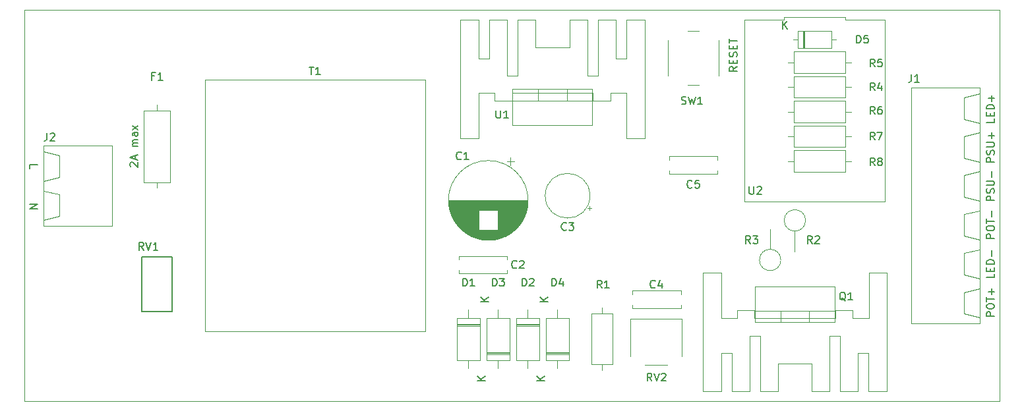
<source format=gbr>
G04 #@! TF.GenerationSoftware,KiCad,Pcbnew,5.1.5-52549c5~84~ubuntu18.04.1*
G04 #@! TF.CreationDate,2019-11-25T01:58:10+02:00*
G04 #@! TF.ProjectId,tinydimmer,74696e79-6469-46d6-9d65-722e6b696361,rev?*
G04 #@! TF.SameCoordinates,PX1d369d0PY5483e38*
G04 #@! TF.FileFunction,Legend,Top*
G04 #@! TF.FilePolarity,Positive*
%FSLAX46Y46*%
G04 Gerber Fmt 4.6, Leading zero omitted, Abs format (unit mm)*
G04 Created by KiCad (PCBNEW 5.1.5-52549c5~84~ubuntu18.04.1) date 2019-11-25 01:58:10*
%MOMM*%
%LPD*%
G04 APERTURE LIST*
%ADD10C,0.150000*%
G04 #@! TA.AperFunction,Profile*
%ADD11C,0.050000*%
G04 #@! TD*
%ADD12C,0.120000*%
G04 APERTURE END LIST*
D10*
X13619219Y30121553D02*
X13571600Y30169172D01*
X13523980Y30264410D01*
X13523980Y30502505D01*
X13571600Y30597743D01*
X13619219Y30645362D01*
X13714457Y30692981D01*
X13809695Y30692981D01*
X13952552Y30645362D01*
X14523980Y30073934D01*
X14523980Y30692981D01*
X14238266Y31073934D02*
X14238266Y31550124D01*
X14523980Y30978696D02*
X13523980Y31312029D01*
X14523980Y31645362D01*
X14523980Y32740600D02*
X13857314Y32740600D01*
X13952552Y32740600D02*
X13904933Y32788220D01*
X13857314Y32883458D01*
X13857314Y33026315D01*
X13904933Y33121553D01*
X14000171Y33169172D01*
X14523980Y33169172D01*
X14000171Y33169172D02*
X13904933Y33216791D01*
X13857314Y33312029D01*
X13857314Y33454886D01*
X13904933Y33550124D01*
X14000171Y33597743D01*
X14523980Y33597743D01*
X14523980Y34502505D02*
X14000171Y34502505D01*
X13904933Y34454886D01*
X13857314Y34359648D01*
X13857314Y34169172D01*
X13904933Y34073934D01*
X14476361Y34502505D02*
X14523980Y34407267D01*
X14523980Y34169172D01*
X14476361Y34073934D01*
X14381123Y34026315D01*
X14285885Y34026315D01*
X14190647Y34073934D01*
X14143028Y34169172D01*
X14143028Y34407267D01*
X14095409Y34502505D01*
X14523980Y34883458D02*
X13857314Y35407267D01*
X13857314Y34883458D02*
X14523980Y35407267D01*
X91485980Y42972220D02*
X91009790Y42638886D01*
X91485980Y42400791D02*
X90485980Y42400791D01*
X90485980Y42781743D01*
X90533600Y42876981D01*
X90581219Y42924600D01*
X90676457Y42972220D01*
X90819314Y42972220D01*
X90914552Y42924600D01*
X90962171Y42876981D01*
X91009790Y42781743D01*
X91009790Y42400791D01*
X90962171Y43400791D02*
X90962171Y43734124D01*
X91485980Y43876981D02*
X91485980Y43400791D01*
X90485980Y43400791D01*
X90485980Y43876981D01*
X91438361Y44257934D02*
X91485980Y44400791D01*
X91485980Y44638886D01*
X91438361Y44734124D01*
X91390742Y44781743D01*
X91295504Y44829362D01*
X91200266Y44829362D01*
X91105028Y44781743D01*
X91057409Y44734124D01*
X91009790Y44638886D01*
X90962171Y44448410D01*
X90914552Y44353172D01*
X90866933Y44305553D01*
X90771695Y44257934D01*
X90676457Y44257934D01*
X90581219Y44305553D01*
X90533600Y44353172D01*
X90485980Y44448410D01*
X90485980Y44686505D01*
X90533600Y44829362D01*
X90962171Y45257934D02*
X90962171Y45591267D01*
X91485980Y45734124D02*
X91485980Y45257934D01*
X90485980Y45257934D01*
X90485980Y45734124D01*
X90485980Y46019839D02*
X90485980Y46591267D01*
X91485980Y46305553D02*
X90485980Y46305553D01*
D11*
X125222000Y50241200D02*
X0Y50241200D01*
X125222000Y0D02*
X125222000Y50241200D01*
X0Y0D02*
X125222000Y0D01*
X0Y50241200D02*
X0Y0D01*
D10*
X665219Y25279315D02*
X1665219Y25279315D01*
X665219Y24707886D01*
X1665219Y24707886D01*
X665219Y29891077D02*
X665219Y30367267D01*
X1665219Y30367267D01*
X124523980Y10888886D02*
X123523980Y10888886D01*
X123523980Y11269839D01*
X123571600Y11365077D01*
X123619219Y11412696D01*
X123714457Y11460315D01*
X123857314Y11460315D01*
X123952552Y11412696D01*
X124000171Y11365077D01*
X124047790Y11269839D01*
X124047790Y10888886D01*
X123523980Y12079362D02*
X123523980Y12269839D01*
X123571600Y12365077D01*
X123666838Y12460315D01*
X123857314Y12507934D01*
X124190647Y12507934D01*
X124381123Y12460315D01*
X124476361Y12365077D01*
X124523980Y12269839D01*
X124523980Y12079362D01*
X124476361Y11984124D01*
X124381123Y11888886D01*
X124190647Y11841267D01*
X123857314Y11841267D01*
X123666838Y11888886D01*
X123571600Y11984124D01*
X123523980Y12079362D01*
X123523980Y12793648D02*
X123523980Y13365077D01*
X124523980Y13079362D02*
X123523980Y13079362D01*
X124143028Y13698410D02*
X124143028Y14460315D01*
X124523980Y14079362D02*
X123762076Y14079362D01*
X124523980Y30732648D02*
X123523980Y30732648D01*
X123523980Y31113600D01*
X123571600Y31208839D01*
X123619219Y31256458D01*
X123714457Y31304077D01*
X123857314Y31304077D01*
X123952552Y31256458D01*
X124000171Y31208839D01*
X124047790Y31113600D01*
X124047790Y30732648D01*
X124476361Y31685029D02*
X124523980Y31827886D01*
X124523980Y32065981D01*
X124476361Y32161220D01*
X124428742Y32208839D01*
X124333504Y32256458D01*
X124238266Y32256458D01*
X124143028Y32208839D01*
X124095409Y32161220D01*
X124047790Y32065981D01*
X124000171Y31875505D01*
X123952552Y31780267D01*
X123904933Y31732648D01*
X123809695Y31685029D01*
X123714457Y31685029D01*
X123619219Y31732648D01*
X123571600Y31780267D01*
X123523980Y31875505D01*
X123523980Y32113600D01*
X123571600Y32256458D01*
X123523980Y32685029D02*
X124333504Y32685029D01*
X124428742Y32732648D01*
X124476361Y32780267D01*
X124523980Y32875505D01*
X124523980Y33065981D01*
X124476361Y33161220D01*
X124428742Y33208839D01*
X124333504Y33256458D01*
X123523980Y33256458D01*
X124143028Y33732648D02*
X124143028Y34494553D01*
X124523980Y34113600D02*
X123762076Y34113600D01*
X124523980Y25779648D02*
X123523980Y25779648D01*
X123523980Y26160600D01*
X123571600Y26255839D01*
X123619219Y26303458D01*
X123714457Y26351077D01*
X123857314Y26351077D01*
X123952552Y26303458D01*
X124000171Y26255839D01*
X124047790Y26160600D01*
X124047790Y25779648D01*
X124476361Y26732029D02*
X124523980Y26874886D01*
X124523980Y27112981D01*
X124476361Y27208220D01*
X124428742Y27255839D01*
X124333504Y27303458D01*
X124238266Y27303458D01*
X124143028Y27255839D01*
X124095409Y27208220D01*
X124047790Y27112981D01*
X124000171Y26922505D01*
X123952552Y26827267D01*
X123904933Y26779648D01*
X123809695Y26732029D01*
X123714457Y26732029D01*
X123619219Y26779648D01*
X123571600Y26827267D01*
X123523980Y26922505D01*
X123523980Y27160600D01*
X123571600Y27303458D01*
X123523980Y27732029D02*
X124333504Y27732029D01*
X124428742Y27779648D01*
X124476361Y27827267D01*
X124523980Y27922505D01*
X124523980Y28112981D01*
X124476361Y28208220D01*
X124428742Y28255839D01*
X124333504Y28303458D01*
X123523980Y28303458D01*
X124143028Y28779648D02*
X124143028Y29541553D01*
X124523980Y36304696D02*
X124523980Y35828505D01*
X123523980Y35828505D01*
X124000171Y36638029D02*
X124000171Y36971362D01*
X124523980Y37114220D02*
X124523980Y36638029D01*
X123523980Y36638029D01*
X123523980Y37114220D01*
X124523980Y37542791D02*
X123523980Y37542791D01*
X123523980Y37780886D01*
X123571600Y37923743D01*
X123666838Y38018981D01*
X123762076Y38066600D01*
X123952552Y38114220D01*
X124095409Y38114220D01*
X124285885Y38066600D01*
X124381123Y38018981D01*
X124476361Y37923743D01*
X124523980Y37780886D01*
X124523980Y37542791D01*
X124143028Y38542791D02*
X124143028Y39304696D01*
X124523980Y38923743D02*
X123762076Y38923743D01*
X124523980Y16365696D02*
X124523980Y15889505D01*
X123523980Y15889505D01*
X124000171Y16699029D02*
X124000171Y17032362D01*
X124523980Y17175220D02*
X124523980Y16699029D01*
X123523980Y16699029D01*
X123523980Y17175220D01*
X124523980Y17603791D02*
X123523980Y17603791D01*
X123523980Y17841886D01*
X123571600Y17984743D01*
X123666838Y18079981D01*
X123762076Y18127600D01*
X123952552Y18175220D01*
X124095409Y18175220D01*
X124285885Y18127600D01*
X124381123Y18079981D01*
X124476361Y17984743D01*
X124523980Y17841886D01*
X124523980Y17603791D01*
X124143028Y18603791D02*
X124143028Y19365696D01*
X124523980Y20921886D02*
X123523980Y20921886D01*
X123523980Y21302839D01*
X123571600Y21398077D01*
X123619219Y21445696D01*
X123714457Y21493315D01*
X123857314Y21493315D01*
X123952552Y21445696D01*
X124000171Y21398077D01*
X124047790Y21302839D01*
X124047790Y20921886D01*
X123523980Y22112362D02*
X123523980Y22302839D01*
X123571600Y22398077D01*
X123666838Y22493315D01*
X123857314Y22540934D01*
X124190647Y22540934D01*
X124381123Y22493315D01*
X124476361Y22398077D01*
X124523980Y22302839D01*
X124523980Y22112362D01*
X124476361Y22017124D01*
X124381123Y21921886D01*
X124190647Y21874267D01*
X123857314Y21874267D01*
X123666838Y21921886D01*
X123571600Y22017124D01*
X123523980Y22112362D01*
X123523980Y22826648D02*
X123523980Y23398077D01*
X124523980Y23112362D02*
X123523980Y23112362D01*
X124143028Y23731410D02*
X124143028Y24493315D01*
D12*
G04 #@! TO.C,D5*
X99927600Y47576600D02*
X99927600Y45336600D01*
X100167600Y47576600D02*
X100167600Y45336600D01*
X100047600Y47576600D02*
X100047600Y45336600D01*
X104217600Y46456600D02*
X103567600Y46456600D01*
X98677600Y46456600D02*
X99327600Y46456600D01*
X103567600Y47576600D02*
X99327600Y47576600D01*
X103567600Y45336600D02*
X103567600Y47576600D01*
X99327600Y45336600D02*
X103567600Y45336600D01*
X99327600Y47576600D02*
X99327600Y45336600D01*
G04 #@! TO.C,C2*
X61982600Y16825600D02*
X61982600Y16380600D01*
X61982600Y18620600D02*
X61982600Y18175600D01*
X55742600Y16825600D02*
X55742600Y16380600D01*
X55742600Y18620600D02*
X55742600Y18175600D01*
X55742600Y16380600D02*
X61982600Y16380600D01*
X55742600Y18620600D02*
X61982600Y18620600D01*
G04 #@! TO.C,C4*
X78047600Y13730600D02*
X78047600Y14175600D01*
X78047600Y11935600D02*
X78047600Y12380600D01*
X84287600Y13730600D02*
X84287600Y14175600D01*
X84287600Y11935600D02*
X84287600Y12380600D01*
X84287600Y14175600D02*
X78047600Y14175600D01*
X84287600Y11935600D02*
X78047600Y11935600D01*
G04 #@! TO.C,C5*
X82746600Y31002600D02*
X82746600Y31447600D01*
X82746600Y29207600D02*
X82746600Y29652600D01*
X88986600Y31002600D02*
X88986600Y31447600D01*
X88986600Y29207600D02*
X88986600Y29652600D01*
X88986600Y31447600D02*
X82746600Y31447600D01*
X88986600Y29207600D02*
X82746600Y29207600D01*
G04 #@! TO.C,J2*
X4432600Y31535600D02*
X2432600Y32035600D01*
X4432600Y28785600D02*
X4432600Y31535600D01*
X4432600Y28785600D02*
X2432600Y28285600D01*
X4432600Y26535600D02*
X2432600Y27035600D01*
X4432600Y23785600D02*
X2432600Y23285600D01*
X4432600Y23785600D02*
X4432600Y26535600D01*
X2432600Y32810600D02*
X2432600Y22510600D01*
X11232600Y32810600D02*
X2432600Y32810600D01*
X11232600Y22510600D02*
X11232600Y32810600D01*
X2432600Y22510600D02*
X11232600Y22510600D01*
G04 #@! TO.C,J1*
X120627600Y16245600D02*
X122627600Y15745600D01*
X120627600Y13995600D02*
X120627600Y11245600D01*
X120627600Y18995600D02*
X122627600Y19495600D01*
X120627600Y23995600D02*
X122627600Y24495600D01*
X120627600Y13995600D02*
X122627600Y14495600D01*
X120627600Y23995600D02*
X120627600Y21245600D01*
X120627600Y21245600D02*
X122627600Y20745600D01*
X120627600Y11245600D02*
X122627600Y10745600D01*
X120627600Y18995600D02*
X120627600Y16245600D01*
X120627600Y28995600D02*
X122627600Y29495600D01*
X120627600Y28995600D02*
X120627600Y26245600D01*
X120627600Y26245600D02*
X122627600Y25745600D01*
X120627600Y31245600D02*
X122627600Y30745600D01*
X120627600Y33995600D02*
X120627600Y31245600D01*
X120627600Y33995600D02*
X122627600Y34495600D01*
X120627600Y36245600D02*
X122627600Y35745600D01*
X120627600Y38995600D02*
X122627600Y39495600D01*
X120627600Y38995600D02*
X120627600Y36245600D01*
X122627600Y9970600D02*
X122627600Y40270600D01*
X113827600Y9970600D02*
X122627600Y9970600D01*
X113827600Y40270600D02*
X113827600Y9970600D01*
X122627600Y40270600D02*
X113827600Y40270600D01*
G04 #@! TO.C,T1*
X51462600Y41270600D02*
X23162600Y41270600D01*
X51462600Y8970600D02*
X51462600Y41270600D01*
X23162600Y8970600D02*
X51462600Y8970600D01*
X23162600Y41270600D02*
X23162600Y8970600D01*
G04 #@! TO.C,R3*
X95732600Y19505600D02*
X95732600Y22115600D01*
X97102600Y18135600D02*
G75*
G03X97102600Y18135600I-1370000J0D01*
G01*
G04 #@! TO.C,R2*
X98907600Y21845600D02*
X98907600Y19235600D01*
X100277600Y23215600D02*
G75*
G03X100277600Y23215600I-1370000J0D01*
G01*
G04 #@! TO.C,C1*
X62912600Y30775246D02*
X61912600Y30775246D01*
X62412600Y31275246D02*
X62412600Y30275246D01*
X60136600Y20714600D02*
X58938600Y20714600D01*
X60399600Y20754600D02*
X58675600Y20754600D01*
X60599600Y20794600D02*
X58475600Y20794600D01*
X60767600Y20834600D02*
X58307600Y20834600D01*
X60915600Y20874600D02*
X58159600Y20874600D01*
X61047600Y20914600D02*
X58027600Y20914600D01*
X61167600Y20954600D02*
X57907600Y20954600D01*
X61279600Y20994600D02*
X57795600Y20994600D01*
X61383600Y21034600D02*
X57691600Y21034600D01*
X61481600Y21074600D02*
X57593600Y21074600D01*
X61574600Y21114600D02*
X57500600Y21114600D01*
X61662600Y21154600D02*
X57412600Y21154600D01*
X61746600Y21194600D02*
X57328600Y21194600D01*
X61826600Y21234600D02*
X57248600Y21234600D01*
X61902600Y21274600D02*
X57172600Y21274600D01*
X61976600Y21314600D02*
X57098600Y21314600D01*
X62047600Y21354600D02*
X57027600Y21354600D01*
X62116600Y21394600D02*
X56958600Y21394600D01*
X62182600Y21434600D02*
X56892600Y21434600D01*
X62246600Y21474600D02*
X56828600Y21474600D01*
X62307600Y21514600D02*
X56767600Y21514600D01*
X62367600Y21554600D02*
X56707600Y21554600D01*
X62426600Y21594600D02*
X56648600Y21594600D01*
X62482600Y21634600D02*
X56592600Y21634600D01*
X62537600Y21674600D02*
X56537600Y21674600D01*
X62591600Y21714600D02*
X56483600Y21714600D01*
X62643600Y21754600D02*
X56431600Y21754600D01*
X62693600Y21794600D02*
X56381600Y21794600D01*
X62743600Y21834600D02*
X56331600Y21834600D01*
X62791600Y21874600D02*
X56283600Y21874600D01*
X62838600Y21914600D02*
X56236600Y21914600D01*
X62884600Y21954600D02*
X56190600Y21954600D01*
X62929600Y21994600D02*
X56145600Y21994600D01*
X62973600Y22034600D02*
X56101600Y22034600D01*
X58296600Y22074600D02*
X56059600Y22074600D01*
X63015600Y22074600D02*
X60778600Y22074600D01*
X58296600Y22114600D02*
X56017600Y22114600D01*
X63057600Y22114600D02*
X60778600Y22114600D01*
X58296600Y22154600D02*
X55976600Y22154600D01*
X63098600Y22154600D02*
X60778600Y22154600D01*
X58296600Y22194600D02*
X55936600Y22194600D01*
X63138600Y22194600D02*
X60778600Y22194600D01*
X58296600Y22234600D02*
X55897600Y22234600D01*
X63177600Y22234600D02*
X60778600Y22234600D01*
X58296600Y22274600D02*
X55858600Y22274600D01*
X63216600Y22274600D02*
X60778600Y22274600D01*
X58296600Y22314600D02*
X55821600Y22314600D01*
X63253600Y22314600D02*
X60778600Y22314600D01*
X58296600Y22354600D02*
X55784600Y22354600D01*
X63290600Y22354600D02*
X60778600Y22354600D01*
X58296600Y22394600D02*
X55748600Y22394600D01*
X63326600Y22394600D02*
X60778600Y22394600D01*
X58296600Y22434600D02*
X55713600Y22434600D01*
X63361600Y22434600D02*
X60778600Y22434600D01*
X58296600Y22474600D02*
X55679600Y22474600D01*
X63395600Y22474600D02*
X60778600Y22474600D01*
X58296600Y22514600D02*
X55645600Y22514600D01*
X63429600Y22514600D02*
X60778600Y22514600D01*
X58296600Y22554600D02*
X55612600Y22554600D01*
X63462600Y22554600D02*
X60778600Y22554600D01*
X58296600Y22594600D02*
X55580600Y22594600D01*
X63494600Y22594600D02*
X60778600Y22594600D01*
X58296600Y22634600D02*
X55548600Y22634600D01*
X63526600Y22634600D02*
X60778600Y22634600D01*
X58296600Y22674600D02*
X55517600Y22674600D01*
X63557600Y22674600D02*
X60778600Y22674600D01*
X58296600Y22714600D02*
X55487600Y22714600D01*
X63587600Y22714600D02*
X60778600Y22714600D01*
X58296600Y22754600D02*
X55457600Y22754600D01*
X63617600Y22754600D02*
X60778600Y22754600D01*
X58296600Y22794600D02*
X55427600Y22794600D01*
X63647600Y22794600D02*
X60778600Y22794600D01*
X58296600Y22834600D02*
X55399600Y22834600D01*
X63675600Y22834600D02*
X60778600Y22834600D01*
X58296600Y22874600D02*
X55371600Y22874600D01*
X63703600Y22874600D02*
X60778600Y22874600D01*
X58296600Y22914600D02*
X55343600Y22914600D01*
X63731600Y22914600D02*
X60778600Y22914600D01*
X58296600Y22954600D02*
X55316600Y22954600D01*
X63758600Y22954600D02*
X60778600Y22954600D01*
X58296600Y22994600D02*
X55290600Y22994600D01*
X63784600Y22994600D02*
X60778600Y22994600D01*
X58296600Y23034600D02*
X55264600Y23034600D01*
X63810600Y23034600D02*
X60778600Y23034600D01*
X58296600Y23074600D02*
X55239600Y23074600D01*
X63835600Y23074600D02*
X60778600Y23074600D01*
X58296600Y23114600D02*
X55214600Y23114600D01*
X63860600Y23114600D02*
X60778600Y23114600D01*
X58296600Y23154600D02*
X55190600Y23154600D01*
X63884600Y23154600D02*
X60778600Y23154600D01*
X58296600Y23194600D02*
X55166600Y23194600D01*
X63908600Y23194600D02*
X60778600Y23194600D01*
X58296600Y23234600D02*
X55142600Y23234600D01*
X63932600Y23234600D02*
X60778600Y23234600D01*
X58296600Y23274600D02*
X55120600Y23274600D01*
X63954600Y23274600D02*
X60778600Y23274600D01*
X58296600Y23314600D02*
X55097600Y23314600D01*
X63977600Y23314600D02*
X60778600Y23314600D01*
X58296600Y23354600D02*
X55075600Y23354600D01*
X63999600Y23354600D02*
X60778600Y23354600D01*
X58296600Y23394600D02*
X55054600Y23394600D01*
X64020600Y23394600D02*
X60778600Y23394600D01*
X58296600Y23434600D02*
X55033600Y23434600D01*
X64041600Y23434600D02*
X60778600Y23434600D01*
X58296600Y23474600D02*
X55012600Y23474600D01*
X64062600Y23474600D02*
X60778600Y23474600D01*
X58296600Y23514600D02*
X54992600Y23514600D01*
X64082600Y23514600D02*
X60778600Y23514600D01*
X58296600Y23554600D02*
X54973600Y23554600D01*
X64101600Y23554600D02*
X60778600Y23554600D01*
X58296600Y23594600D02*
X54953600Y23594600D01*
X64121600Y23594600D02*
X60778600Y23594600D01*
X58296600Y23634600D02*
X54934600Y23634600D01*
X64140600Y23634600D02*
X60778600Y23634600D01*
X58296600Y23674600D02*
X54916600Y23674600D01*
X64158600Y23674600D02*
X60778600Y23674600D01*
X58296600Y23714600D02*
X54898600Y23714600D01*
X64176600Y23714600D02*
X60778600Y23714600D01*
X58296600Y23754600D02*
X54880600Y23754600D01*
X64194600Y23754600D02*
X60778600Y23754600D01*
X58296600Y23794600D02*
X54863600Y23794600D01*
X64211600Y23794600D02*
X60778600Y23794600D01*
X58296600Y23834600D02*
X54847600Y23834600D01*
X64227600Y23834600D02*
X60778600Y23834600D01*
X58296600Y23874600D02*
X54830600Y23874600D01*
X64244600Y23874600D02*
X60778600Y23874600D01*
X58296600Y23914600D02*
X54814600Y23914600D01*
X64260600Y23914600D02*
X60778600Y23914600D01*
X58296600Y23954600D02*
X54799600Y23954600D01*
X64275600Y23954600D02*
X60778600Y23954600D01*
X58296600Y23994600D02*
X54783600Y23994600D01*
X64291600Y23994600D02*
X60778600Y23994600D01*
X58296600Y24034600D02*
X54769600Y24034600D01*
X64305600Y24034600D02*
X60778600Y24034600D01*
X58296600Y24074600D02*
X54754600Y24074600D01*
X64320600Y24074600D02*
X60778600Y24074600D01*
X58296600Y24114600D02*
X54740600Y24114600D01*
X64334600Y24114600D02*
X60778600Y24114600D01*
X58296600Y24154600D02*
X54726600Y24154600D01*
X64348600Y24154600D02*
X60778600Y24154600D01*
X58296600Y24194600D02*
X54713600Y24194600D01*
X64361600Y24194600D02*
X60778600Y24194600D01*
X58296600Y24234600D02*
X54700600Y24234600D01*
X64374600Y24234600D02*
X60778600Y24234600D01*
X58296600Y24274600D02*
X54687600Y24274600D01*
X64387600Y24274600D02*
X60778600Y24274600D01*
X58296600Y24314600D02*
X54675600Y24314600D01*
X64399600Y24314600D02*
X60778600Y24314600D01*
X58296600Y24354600D02*
X54663600Y24354600D01*
X64411600Y24354600D02*
X60778600Y24354600D01*
X58296600Y24394600D02*
X54652600Y24394600D01*
X64422600Y24394600D02*
X60778600Y24394600D01*
X58296600Y24434600D02*
X54640600Y24434600D01*
X64434600Y24434600D02*
X60778600Y24434600D01*
X58296600Y24474600D02*
X54630600Y24474600D01*
X64444600Y24474600D02*
X60778600Y24474600D01*
X58296600Y24514600D02*
X54619600Y24514600D01*
X64455600Y24514600D02*
X60778600Y24514600D01*
X64465600Y24554600D02*
X54609600Y24554600D01*
X64475600Y24594600D02*
X54599600Y24594600D01*
X64484600Y24634600D02*
X54590600Y24634600D01*
X64493600Y24674600D02*
X54581600Y24674600D01*
X64502600Y24714600D02*
X54572600Y24714600D01*
X64511600Y24754600D02*
X54563600Y24754600D01*
X64519600Y24794600D02*
X54555600Y24794600D01*
X64527600Y24834600D02*
X54547600Y24834600D01*
X64534600Y24874600D02*
X54540600Y24874600D01*
X64541600Y24914600D02*
X54533600Y24914600D01*
X64548600Y24954600D02*
X54526600Y24954600D01*
X64555600Y24994600D02*
X54519600Y24994600D01*
X64561600Y25034600D02*
X54513600Y25034600D01*
X64567600Y25074600D02*
X54507600Y25074600D01*
X64572600Y25115600D02*
X54502600Y25115600D01*
X64577600Y25155600D02*
X54497600Y25155600D01*
X64582600Y25195600D02*
X54492600Y25195600D01*
X64587600Y25235600D02*
X54487600Y25235600D01*
X64591600Y25275600D02*
X54483600Y25275600D01*
X64595600Y25315600D02*
X54479600Y25315600D01*
X64599600Y25355600D02*
X54475600Y25355600D01*
X64602600Y25395600D02*
X54472600Y25395600D01*
X64605600Y25435600D02*
X54469600Y25435600D01*
X64607600Y25475600D02*
X54467600Y25475600D01*
X64610600Y25515600D02*
X54464600Y25515600D01*
X64612600Y25555600D02*
X54462600Y25555600D01*
X64614600Y25595600D02*
X54460600Y25595600D01*
X64615600Y25635600D02*
X54459600Y25635600D01*
X64616600Y25675600D02*
X54458600Y25675600D01*
X64617600Y25715600D02*
X54457600Y25715600D01*
X64617600Y25755600D02*
X54457600Y25755600D01*
X64617600Y25795600D02*
X54457600Y25795600D01*
X64657600Y25795600D02*
G75*
G03X64657600Y25795600I-5120000J0D01*
G01*
G04 #@! TO.C,C3*
X72587600Y26390600D02*
G75*
G03X72587600Y26390600I-2870000J0D01*
G01*
X72789862Y24775600D02*
X72239862Y24775600D01*
X72514862Y24500600D02*
X72514862Y25050600D01*
G04 #@! TO.C,D1*
X58467600Y10695600D02*
X55527600Y10695600D01*
X55527600Y10695600D02*
X55527600Y5255600D01*
X55527600Y5255600D02*
X58467600Y5255600D01*
X58467600Y5255600D02*
X58467600Y10695600D01*
X56997600Y11715600D02*
X56997600Y10695600D01*
X56997600Y4235600D02*
X56997600Y5255600D01*
X58467600Y9795600D02*
X55527600Y9795600D01*
X58467600Y9675600D02*
X55527600Y9675600D01*
X58467600Y9915600D02*
X55527600Y9915600D01*
G04 #@! TO.C,D2*
X66087600Y9915600D02*
X63147600Y9915600D01*
X66087600Y9675600D02*
X63147600Y9675600D01*
X66087600Y9795600D02*
X63147600Y9795600D01*
X64617600Y4235600D02*
X64617600Y5255600D01*
X64617600Y11715600D02*
X64617600Y10695600D01*
X66087600Y5255600D02*
X66087600Y10695600D01*
X63147600Y5255600D02*
X66087600Y5255600D01*
X63147600Y10695600D02*
X63147600Y5255600D01*
X66087600Y10695600D02*
X63147600Y10695600D01*
G04 #@! TO.C,D3*
X59337600Y6035600D02*
X62277600Y6035600D01*
X59337600Y6275600D02*
X62277600Y6275600D01*
X59337600Y6155600D02*
X62277600Y6155600D01*
X60807600Y11715600D02*
X60807600Y10695600D01*
X60807600Y4235600D02*
X60807600Y5255600D01*
X59337600Y10695600D02*
X59337600Y5255600D01*
X62277600Y10695600D02*
X59337600Y10695600D01*
X62277600Y5255600D02*
X62277600Y10695600D01*
X59337600Y5255600D02*
X62277600Y5255600D01*
G04 #@! TO.C,D4*
X66957600Y5255600D02*
X69897600Y5255600D01*
X69897600Y5255600D02*
X69897600Y10695600D01*
X69897600Y10695600D02*
X66957600Y10695600D01*
X66957600Y10695600D02*
X66957600Y5255600D01*
X68427600Y4235600D02*
X68427600Y5255600D01*
X68427600Y11715600D02*
X68427600Y10695600D01*
X66957600Y6155600D02*
X69897600Y6155600D01*
X66957600Y6275600D02*
X69897600Y6275600D01*
X66957600Y6035600D02*
X69897600Y6035600D01*
G04 #@! TO.C,F1*
X15272600Y28120600D02*
X18712600Y28120600D01*
X18712600Y28120600D02*
X18712600Y37360600D01*
X18712600Y37360600D02*
X15272600Y37360600D01*
X15272600Y37360600D02*
X15272600Y28120600D01*
X16992600Y27430600D02*
X16992600Y28120600D01*
X16992600Y38050600D02*
X16992600Y37360600D01*
G04 #@! TO.C,HS1*
X69972600Y45435600D02*
X65612600Y45435600D01*
X55962600Y49025600D02*
X58312600Y49025600D01*
X59672600Y49025600D02*
X61962600Y49025600D01*
X59672600Y44035600D02*
X59672600Y49025600D01*
X63322600Y41845600D02*
X63322600Y49025600D01*
X61962600Y41845600D02*
X63322600Y41845600D01*
X63322600Y49025600D02*
X65612600Y49025600D01*
X65612600Y49025600D02*
X65612600Y45435600D01*
X58312600Y49025600D02*
X58312600Y44035600D01*
X61962600Y41845600D02*
X61962600Y49025600D01*
X58312600Y44035600D02*
X59672600Y44035600D01*
X69972600Y49025600D02*
X69972600Y45435600D01*
X72262600Y49025600D02*
X69972600Y49025600D01*
X72262600Y41845600D02*
X72262600Y49025600D01*
X73622600Y41845600D02*
X72262600Y41845600D01*
X73622600Y41845600D02*
X73622600Y49025600D01*
X75912600Y49025600D02*
X73622600Y49025600D01*
X75912600Y44035600D02*
X75912600Y49025600D01*
X77272600Y44035600D02*
X75912600Y44035600D01*
X77272600Y49025600D02*
X77272600Y44035600D01*
X79612600Y49025600D02*
X77272600Y49025600D01*
X60352600Y38605600D02*
X62602600Y38605600D01*
X60352600Y39605600D02*
X60352600Y38605600D01*
X55962600Y33785600D02*
X55962600Y49025600D01*
X55962600Y33785600D02*
X58302600Y33785600D01*
X62602600Y38605600D02*
X62602600Y39605600D01*
X58302600Y33785600D02*
X58302600Y39605600D01*
X58302600Y39605600D02*
X60352600Y39605600D01*
X72972600Y39605600D02*
X62602600Y39605600D01*
X72972600Y38605600D02*
X72972600Y39605600D01*
X75222600Y38605600D02*
X72972600Y38605600D01*
X75222600Y39605600D02*
X75222600Y38605600D01*
X77272600Y39605600D02*
X75222600Y39605600D01*
X77272600Y33785600D02*
X77272600Y39605600D01*
X79612600Y33785600D02*
X77272600Y33785600D01*
X79612600Y33785600D02*
X79612600Y49025600D01*
G04 #@! TO.C,HS2*
X87087600Y16455600D02*
X87087600Y1215600D01*
X87087600Y16455600D02*
X89427600Y16455600D01*
X89427600Y16455600D02*
X89427600Y10635600D01*
X89427600Y10635600D02*
X91477600Y10635600D01*
X91477600Y10635600D02*
X91477600Y11635600D01*
X91477600Y11635600D02*
X93727600Y11635600D01*
X93727600Y11635600D02*
X93727600Y10635600D01*
X93727600Y10635600D02*
X104097600Y10635600D01*
X108397600Y10635600D02*
X106347600Y10635600D01*
X108397600Y16455600D02*
X108397600Y10635600D01*
X104097600Y11635600D02*
X104097600Y10635600D01*
X110737600Y16455600D02*
X108397600Y16455600D01*
X110737600Y16455600D02*
X110737600Y1215600D01*
X106347600Y10635600D02*
X106347600Y11635600D01*
X106347600Y11635600D02*
X104097600Y11635600D01*
X87087600Y1215600D02*
X89427600Y1215600D01*
X89427600Y1215600D02*
X89427600Y6205600D01*
X89427600Y6205600D02*
X90787600Y6205600D01*
X90787600Y6205600D02*
X90787600Y1215600D01*
X90787600Y1215600D02*
X93077600Y1215600D01*
X93077600Y8395600D02*
X93077600Y1215600D01*
X93077600Y8395600D02*
X94437600Y8395600D01*
X94437600Y8395600D02*
X94437600Y1215600D01*
X94437600Y1215600D02*
X96727600Y1215600D01*
X96727600Y1215600D02*
X96727600Y4805600D01*
X108387600Y6205600D02*
X107027600Y6205600D01*
X104737600Y8395600D02*
X104737600Y1215600D01*
X108387600Y1215600D02*
X108387600Y6205600D01*
X101087600Y1215600D02*
X101087600Y4805600D01*
X103377600Y1215600D02*
X101087600Y1215600D01*
X104737600Y8395600D02*
X103377600Y8395600D01*
X103377600Y8395600D02*
X103377600Y1215600D01*
X107027600Y6205600D02*
X107027600Y1215600D01*
X107027600Y1215600D02*
X104737600Y1215600D01*
X110737600Y1215600D02*
X108387600Y1215600D01*
X96727600Y4805600D02*
X101087600Y4805600D01*
G04 #@! TO.C,Q1*
X97056600Y10115800D02*
X97056600Y11625800D01*
X100757600Y10115800D02*
X100757600Y11625800D01*
X104027600Y11625800D02*
X93787600Y11625800D01*
X93787600Y10115800D02*
X93787600Y14756800D01*
X104027600Y10115800D02*
X104027600Y14756800D01*
X104027600Y14756800D02*
X93787600Y14756800D01*
X104027600Y10115800D02*
X93787600Y10115800D01*
G04 #@! TO.C,R1*
X72772600Y4705600D02*
X75512600Y4705600D01*
X75512600Y4705600D02*
X75512600Y11245600D01*
X75512600Y11245600D02*
X72772600Y11245600D01*
X72772600Y11245600D02*
X72772600Y4705600D01*
X74142600Y3935600D02*
X74142600Y4705600D01*
X74142600Y12015600D02*
X74142600Y11245600D01*
G04 #@! TO.C,R4*
X105352600Y38990600D02*
X105352600Y41730600D01*
X105352600Y41730600D02*
X98812600Y41730600D01*
X98812600Y41730600D02*
X98812600Y38990600D01*
X98812600Y38990600D02*
X105352600Y38990600D01*
X106122600Y40360600D02*
X105352600Y40360600D01*
X98042600Y40360600D02*
X98812600Y40360600D01*
G04 #@! TO.C,R5*
X98042600Y43535600D02*
X98812600Y43535600D01*
X106122600Y43535600D02*
X105352600Y43535600D01*
X98812600Y42165600D02*
X105352600Y42165600D01*
X98812600Y44905600D02*
X98812600Y42165600D01*
X105352600Y44905600D02*
X98812600Y44905600D01*
X105352600Y42165600D02*
X105352600Y44905600D01*
G04 #@! TO.C,R6*
X106122600Y37185600D02*
X105352600Y37185600D01*
X98042600Y37185600D02*
X98812600Y37185600D01*
X105352600Y38555600D02*
X98812600Y38555600D01*
X105352600Y35815600D02*
X105352600Y38555600D01*
X98812600Y35815600D02*
X105352600Y35815600D01*
X98812600Y38555600D02*
X98812600Y35815600D01*
G04 #@! TO.C,R7*
X98812600Y35380600D02*
X98812600Y32640600D01*
X98812600Y32640600D02*
X105352600Y32640600D01*
X105352600Y32640600D02*
X105352600Y35380600D01*
X105352600Y35380600D02*
X98812600Y35380600D01*
X98042600Y34010600D02*
X98812600Y34010600D01*
X106122600Y34010600D02*
X105352600Y34010600D01*
G04 #@! TO.C,R8*
X98042600Y30835600D02*
X98812600Y30835600D01*
X106122600Y30835600D02*
X105352600Y30835600D01*
X98812600Y29465600D02*
X105352600Y29465600D01*
X98812600Y32205600D02*
X98812600Y29465600D01*
X105352600Y32205600D02*
X98812600Y32205600D01*
X105352600Y29465600D02*
X105352600Y32205600D01*
D10*
G04 #@! TO.C,RV1*
X15045100Y18500600D02*
X15045100Y11500600D01*
X18945100Y18500600D02*
X18945100Y11500600D01*
X18945100Y11500600D02*
X15045100Y11500600D01*
X18945100Y18500600D02*
X15045100Y18500600D01*
D12*
G04 #@! TO.C,RV2*
X77817600Y5725600D02*
X77817600Y10570600D01*
X84357600Y5725600D02*
X84357600Y10570600D01*
X77817600Y10570600D02*
X84357600Y10570600D01*
X79653600Y4679600D02*
X82522600Y4679600D01*
X79967600Y4679600D02*
X82207600Y4679600D01*
X79967600Y10570600D02*
X82207600Y10570600D01*
G04 #@! TO.C,SW1*
X82612600Y46345600D02*
X82612600Y41845600D01*
X86612600Y47595600D02*
X85112600Y47595600D01*
X89112600Y41845600D02*
X89112600Y46345600D01*
X85112600Y40595600D02*
X86612600Y40595600D01*
G04 #@! TO.C,U1*
X62659900Y40125400D02*
X72899900Y40125400D01*
X62659900Y35484400D02*
X72899900Y35484400D01*
X62659900Y40125400D02*
X62659900Y35484400D01*
X72899900Y40125400D02*
X72899900Y35484400D01*
X62659900Y38615400D02*
X72899900Y38615400D01*
X65929900Y40125400D02*
X65929900Y38615400D01*
X69630900Y40125400D02*
X69630900Y38615400D01*
G04 #@! TO.C,U2*
X92430600Y25628600D02*
X110464600Y25628600D01*
X110464600Y25628600D02*
X110464600Y48996600D01*
X110464600Y48996600D02*
X105384600Y48996600D01*
X105384600Y48996600D02*
X105384600Y49377600D01*
X105384600Y49377600D02*
X97510600Y49377600D01*
X97510600Y49377600D02*
X97510600Y48996600D01*
X97510600Y48996600D02*
X92430600Y48996600D01*
X92430600Y48996600D02*
X92430600Y25628600D01*
G04 #@! TD*
G04 #@! TO.C,D5*
D10*
X106805504Y46004220D02*
X106805504Y47004220D01*
X107043600Y47004220D01*
X107186457Y46956600D01*
X107281695Y46861362D01*
X107329314Y46766124D01*
X107376933Y46575648D01*
X107376933Y46432791D01*
X107329314Y46242315D01*
X107281695Y46147077D01*
X107186457Y46051839D01*
X107043600Y46004220D01*
X106805504Y46004220D01*
X108281695Y47004220D02*
X107805504Y47004220D01*
X107757885Y46528029D01*
X107805504Y46575648D01*
X107900742Y46623267D01*
X108138838Y46623267D01*
X108234076Y46575648D01*
X108281695Y46528029D01*
X108329314Y46432791D01*
X108329314Y46194696D01*
X108281695Y46099458D01*
X108234076Y46051839D01*
X108138838Y46004220D01*
X107900742Y46004220D01*
X107805504Y46051839D01*
X107757885Y46099458D01*
X97375695Y47804220D02*
X97375695Y48804220D01*
X97947123Y47804220D02*
X97518552Y48375648D01*
X97947123Y48804220D02*
X97375695Y48232791D01*
G04 #@! TO.C,C2*
X63180933Y17143458D02*
X63133314Y17095839D01*
X62990457Y17048220D01*
X62895219Y17048220D01*
X62752361Y17095839D01*
X62657123Y17191077D01*
X62609504Y17286315D01*
X62561885Y17476791D01*
X62561885Y17619648D01*
X62609504Y17810124D01*
X62657123Y17905362D01*
X62752361Y18000600D01*
X62895219Y18048220D01*
X62990457Y18048220D01*
X63133314Y18000600D01*
X63180933Y17952981D01*
X63561885Y17952981D02*
X63609504Y18000600D01*
X63704742Y18048220D01*
X63942838Y18048220D01*
X64038076Y18000600D01*
X64085695Y17952981D01*
X64133314Y17857743D01*
X64133314Y17762505D01*
X64085695Y17619648D01*
X63514266Y17048220D01*
X64133314Y17048220D01*
G04 #@! TO.C,C4*
X80960933Y14603458D02*
X80913314Y14555839D01*
X80770457Y14508220D01*
X80675219Y14508220D01*
X80532361Y14555839D01*
X80437123Y14651077D01*
X80389504Y14746315D01*
X80341885Y14936791D01*
X80341885Y15079648D01*
X80389504Y15270124D01*
X80437123Y15365362D01*
X80532361Y15460600D01*
X80675219Y15508220D01*
X80770457Y15508220D01*
X80913314Y15460600D01*
X80960933Y15412981D01*
X81818076Y15174886D02*
X81818076Y14508220D01*
X81579980Y15555839D02*
X81341885Y14841553D01*
X81960933Y14841553D01*
G04 #@! TO.C,C5*
X85699933Y27470458D02*
X85652314Y27422839D01*
X85509457Y27375220D01*
X85414219Y27375220D01*
X85271361Y27422839D01*
X85176123Y27518077D01*
X85128504Y27613315D01*
X85080885Y27803791D01*
X85080885Y27946648D01*
X85128504Y28137124D01*
X85176123Y28232362D01*
X85271361Y28327600D01*
X85414219Y28375220D01*
X85509457Y28375220D01*
X85652314Y28327600D01*
X85699933Y28279981D01*
X86604695Y28375220D02*
X86128504Y28375220D01*
X86080885Y27899029D01*
X86128504Y27946648D01*
X86223742Y27994267D01*
X86461838Y27994267D01*
X86557076Y27946648D01*
X86604695Y27899029D01*
X86652314Y27803791D01*
X86652314Y27565696D01*
X86604695Y27470458D01*
X86557076Y27422839D01*
X86461838Y27375220D01*
X86223742Y27375220D01*
X86128504Y27422839D01*
X86080885Y27470458D01*
G04 #@! TO.C,J2*
X2867066Y34431220D02*
X2867066Y33716934D01*
X2819447Y33574077D01*
X2724209Y33478839D01*
X2581352Y33431220D01*
X2486114Y33431220D01*
X3295638Y34335981D02*
X3343257Y34383600D01*
X3438495Y34431220D01*
X3676590Y34431220D01*
X3771828Y34383600D01*
X3819447Y34335981D01*
X3867066Y34240743D01*
X3867066Y34145505D01*
X3819447Y34002648D01*
X3248019Y33431220D01*
X3867066Y33431220D01*
G04 #@! TO.C,J1*
X113865066Y42000420D02*
X113865066Y41286134D01*
X113817447Y41143277D01*
X113722209Y41048039D01*
X113579352Y41000420D01*
X113484114Y41000420D01*
X114865066Y41000420D02*
X114293638Y41000420D01*
X114579352Y41000420D02*
X114579352Y42000420D01*
X114484114Y41857562D01*
X114388876Y41762324D01*
X114293638Y41714705D01*
G04 #@! TO.C,T1*
X36550695Y42940220D02*
X37122123Y42940220D01*
X36836409Y41940220D02*
X36836409Y42940220D01*
X37979266Y41940220D02*
X37407838Y41940220D01*
X37693552Y41940220D02*
X37693552Y42940220D01*
X37598314Y42797362D01*
X37503076Y42702124D01*
X37407838Y42654505D01*
G04 #@! TO.C,R3*
X93195933Y20223220D02*
X92862600Y20699410D01*
X92624504Y20223220D02*
X92624504Y21223220D01*
X93005457Y21223220D01*
X93100695Y21175600D01*
X93148314Y21127981D01*
X93195933Y21032743D01*
X93195933Y20889886D01*
X93148314Y20794648D01*
X93100695Y20747029D01*
X93005457Y20699410D01*
X92624504Y20699410D01*
X93529266Y21223220D02*
X94148314Y21223220D01*
X93814980Y20842267D01*
X93957838Y20842267D01*
X94053076Y20794648D01*
X94100695Y20747029D01*
X94148314Y20651791D01*
X94148314Y20413696D01*
X94100695Y20318458D01*
X94053076Y20270839D01*
X93957838Y20223220D01*
X93672123Y20223220D01*
X93576885Y20270839D01*
X93529266Y20318458D01*
G04 #@! TO.C,R2*
X101110933Y20223220D02*
X100777600Y20699410D01*
X100539504Y20223220D02*
X100539504Y21223220D01*
X100920457Y21223220D01*
X101015695Y21175600D01*
X101063314Y21127981D01*
X101110933Y21032743D01*
X101110933Y20889886D01*
X101063314Y20794648D01*
X101015695Y20747029D01*
X100920457Y20699410D01*
X100539504Y20699410D01*
X101491885Y21127981D02*
X101539504Y21175600D01*
X101634742Y21223220D01*
X101872838Y21223220D01*
X101968076Y21175600D01*
X102015695Y21127981D01*
X102063314Y21032743D01*
X102063314Y20937505D01*
X102015695Y20794648D01*
X101444266Y20223220D01*
X102063314Y20223220D01*
G04 #@! TO.C,C1*
X56068933Y31113458D02*
X56021314Y31065839D01*
X55878457Y31018220D01*
X55783219Y31018220D01*
X55640361Y31065839D01*
X55545123Y31161077D01*
X55497504Y31256315D01*
X55449885Y31446791D01*
X55449885Y31589648D01*
X55497504Y31780124D01*
X55545123Y31875362D01*
X55640361Y31970600D01*
X55783219Y32018220D01*
X55878457Y32018220D01*
X56021314Y31970600D01*
X56068933Y31922981D01*
X57021314Y31018220D02*
X56449885Y31018220D01*
X56735600Y31018220D02*
X56735600Y32018220D01*
X56640361Y31875362D01*
X56545123Y31780124D01*
X56449885Y31732505D01*
G04 #@! TO.C,C3*
X69550933Y22033458D02*
X69503314Y21985839D01*
X69360457Y21938220D01*
X69265219Y21938220D01*
X69122361Y21985839D01*
X69027123Y22081077D01*
X68979504Y22176315D01*
X68931885Y22366791D01*
X68931885Y22509648D01*
X68979504Y22700124D01*
X69027123Y22795362D01*
X69122361Y22890600D01*
X69265219Y22938220D01*
X69360457Y22938220D01*
X69503314Y22890600D01*
X69550933Y22842981D01*
X69884266Y22938220D02*
X70503314Y22938220D01*
X70169980Y22557267D01*
X70312838Y22557267D01*
X70408076Y22509648D01*
X70455695Y22462029D01*
X70503314Y22366791D01*
X70503314Y22128696D01*
X70455695Y22033458D01*
X70408076Y21985839D01*
X70312838Y21938220D01*
X70027123Y21938220D01*
X69931885Y21985839D01*
X69884266Y22033458D01*
G04 #@! TO.C,D1*
X56259504Y14762220D02*
X56259504Y15762220D01*
X56497600Y15762220D01*
X56640457Y15714600D01*
X56735695Y15619362D01*
X56783314Y15524124D01*
X56830933Y15333648D01*
X56830933Y15190791D01*
X56783314Y15000315D01*
X56735695Y14905077D01*
X56640457Y14809839D01*
X56497600Y14762220D01*
X56259504Y14762220D01*
X57783314Y14762220D02*
X57211885Y14762220D01*
X57497600Y14762220D02*
X57497600Y15762220D01*
X57402361Y15619362D01*
X57307123Y15524124D01*
X57211885Y15476505D01*
X59549980Y12793696D02*
X58549980Y12793696D01*
X59549980Y13365124D02*
X58978552Y12936553D01*
X58549980Y13365124D02*
X59121409Y12793696D01*
G04 #@! TO.C,D2*
X63879504Y14762220D02*
X63879504Y15762220D01*
X64117600Y15762220D01*
X64260457Y15714600D01*
X64355695Y15619362D01*
X64403314Y15524124D01*
X64450933Y15333648D01*
X64450933Y15190791D01*
X64403314Y15000315D01*
X64355695Y14905077D01*
X64260457Y14809839D01*
X64117600Y14762220D01*
X63879504Y14762220D01*
X64831885Y15666981D02*
X64879504Y15714600D01*
X64974742Y15762220D01*
X65212838Y15762220D01*
X65308076Y15714600D01*
X65355695Y15666981D01*
X65403314Y15571743D01*
X65403314Y15476505D01*
X65355695Y15333648D01*
X64784266Y14762220D01*
X65403314Y14762220D01*
X67169980Y12793696D02*
X66169980Y12793696D01*
X67169980Y13365124D02*
X66598552Y12936553D01*
X66169980Y13365124D02*
X66741409Y12793696D01*
G04 #@! TO.C,D3*
X60069504Y14762220D02*
X60069504Y15762220D01*
X60307600Y15762220D01*
X60450457Y15714600D01*
X60545695Y15619362D01*
X60593314Y15524124D01*
X60640933Y15333648D01*
X60640933Y15190791D01*
X60593314Y15000315D01*
X60545695Y14905077D01*
X60450457Y14809839D01*
X60307600Y14762220D01*
X60069504Y14762220D01*
X60974266Y15762220D02*
X61593314Y15762220D01*
X61259980Y15381267D01*
X61402838Y15381267D01*
X61498076Y15333648D01*
X61545695Y15286029D01*
X61593314Y15190791D01*
X61593314Y14952696D01*
X61545695Y14857458D01*
X61498076Y14809839D01*
X61402838Y14762220D01*
X61117123Y14762220D01*
X61021885Y14809839D01*
X60974266Y14857458D01*
X59159980Y2633696D02*
X58159980Y2633696D01*
X59159980Y3205124D02*
X58588552Y2776553D01*
X58159980Y3205124D02*
X58731409Y2633696D01*
G04 #@! TO.C,D4*
X67689504Y14762220D02*
X67689504Y15762220D01*
X67927600Y15762220D01*
X68070457Y15714600D01*
X68165695Y15619362D01*
X68213314Y15524124D01*
X68260933Y15333648D01*
X68260933Y15190791D01*
X68213314Y15000315D01*
X68165695Y14905077D01*
X68070457Y14809839D01*
X67927600Y14762220D01*
X67689504Y14762220D01*
X69118076Y15428886D02*
X69118076Y14762220D01*
X68879980Y15809839D02*
X68641885Y15095553D01*
X69260933Y15095553D01*
X66779980Y2633696D02*
X65779980Y2633696D01*
X66779980Y3205124D02*
X66208552Y2776553D01*
X65779980Y3205124D02*
X66351409Y2633696D01*
G04 #@! TO.C,F1*
X16684666Y41778229D02*
X16351333Y41778229D01*
X16351333Y41254420D02*
X16351333Y42254420D01*
X16827523Y42254420D01*
X17732285Y41254420D02*
X17160857Y41254420D01*
X17446571Y41254420D02*
X17446571Y42254420D01*
X17351333Y42111562D01*
X17256095Y42016324D01*
X17160857Y41968705D01*
G04 #@! TO.C,Q1*
X105416361Y12888981D02*
X105321123Y12936600D01*
X105225885Y13031839D01*
X105083028Y13174696D01*
X104987790Y13222315D01*
X104892552Y13222315D01*
X104940171Y12984220D02*
X104844933Y13031839D01*
X104749695Y13127077D01*
X104702076Y13317553D01*
X104702076Y13650886D01*
X104749695Y13841362D01*
X104844933Y13936600D01*
X104940171Y13984220D01*
X105130647Y13984220D01*
X105225885Y13936600D01*
X105321123Y13841362D01*
X105368742Y13650886D01*
X105368742Y13317553D01*
X105321123Y13127077D01*
X105225885Y13031839D01*
X105130647Y12984220D01*
X104940171Y12984220D01*
X106321123Y12984220D02*
X105749695Y12984220D01*
X106035409Y12984220D02*
X106035409Y13984220D01*
X105940171Y13841362D01*
X105844933Y13746124D01*
X105749695Y13698505D01*
G04 #@! TO.C,R1*
X74102933Y14508220D02*
X73769600Y14984410D01*
X73531504Y14508220D02*
X73531504Y15508220D01*
X73912457Y15508220D01*
X74007695Y15460600D01*
X74055314Y15412981D01*
X74102933Y15317743D01*
X74102933Y15174886D01*
X74055314Y15079648D01*
X74007695Y15032029D01*
X73912457Y14984410D01*
X73531504Y14984410D01*
X75055314Y14508220D02*
X74483885Y14508220D01*
X74769600Y14508220D02*
X74769600Y15508220D01*
X74674361Y15365362D01*
X74579123Y15270124D01*
X74483885Y15222505D01*
G04 #@! TO.C,R4*
X109154933Y39908220D02*
X108821600Y40384410D01*
X108583504Y39908220D02*
X108583504Y40908220D01*
X108964457Y40908220D01*
X109059695Y40860600D01*
X109107314Y40812981D01*
X109154933Y40717743D01*
X109154933Y40574886D01*
X109107314Y40479648D01*
X109059695Y40432029D01*
X108964457Y40384410D01*
X108583504Y40384410D01*
X110012076Y40574886D02*
X110012076Y39908220D01*
X109773980Y40955839D02*
X109535885Y40241553D01*
X110154933Y40241553D01*
G04 #@! TO.C,R5*
X109154933Y42956220D02*
X108821600Y43432410D01*
X108583504Y42956220D02*
X108583504Y43956220D01*
X108964457Y43956220D01*
X109059695Y43908600D01*
X109107314Y43860981D01*
X109154933Y43765743D01*
X109154933Y43622886D01*
X109107314Y43527648D01*
X109059695Y43480029D01*
X108964457Y43432410D01*
X108583504Y43432410D01*
X110059695Y43956220D02*
X109583504Y43956220D01*
X109535885Y43480029D01*
X109583504Y43527648D01*
X109678742Y43575267D01*
X109916838Y43575267D01*
X110012076Y43527648D01*
X110059695Y43480029D01*
X110107314Y43384791D01*
X110107314Y43146696D01*
X110059695Y43051458D01*
X110012076Y43003839D01*
X109916838Y42956220D01*
X109678742Y42956220D01*
X109583504Y43003839D01*
X109535885Y43051458D01*
G04 #@! TO.C,R6*
X109154933Y36860220D02*
X108821600Y37336410D01*
X108583504Y36860220D02*
X108583504Y37860220D01*
X108964457Y37860220D01*
X109059695Y37812600D01*
X109107314Y37764981D01*
X109154933Y37669743D01*
X109154933Y37526886D01*
X109107314Y37431648D01*
X109059695Y37384029D01*
X108964457Y37336410D01*
X108583504Y37336410D01*
X110012076Y37860220D02*
X109821600Y37860220D01*
X109726361Y37812600D01*
X109678742Y37764981D01*
X109583504Y37622124D01*
X109535885Y37431648D01*
X109535885Y37050696D01*
X109583504Y36955458D01*
X109631123Y36907839D01*
X109726361Y36860220D01*
X109916838Y36860220D01*
X110012076Y36907839D01*
X110059695Y36955458D01*
X110107314Y37050696D01*
X110107314Y37288791D01*
X110059695Y37384029D01*
X110012076Y37431648D01*
X109916838Y37479267D01*
X109726361Y37479267D01*
X109631123Y37431648D01*
X109583504Y37384029D01*
X109535885Y37288791D01*
G04 #@! TO.C,R7*
X109154933Y33558220D02*
X108821600Y34034410D01*
X108583504Y33558220D02*
X108583504Y34558220D01*
X108964457Y34558220D01*
X109059695Y34510600D01*
X109107314Y34462981D01*
X109154933Y34367743D01*
X109154933Y34224886D01*
X109107314Y34129648D01*
X109059695Y34082029D01*
X108964457Y34034410D01*
X108583504Y34034410D01*
X109488266Y34558220D02*
X110154933Y34558220D01*
X109726361Y33558220D01*
G04 #@! TO.C,R8*
X109154933Y30256220D02*
X108821600Y30732410D01*
X108583504Y30256220D02*
X108583504Y31256220D01*
X108964457Y31256220D01*
X109059695Y31208600D01*
X109107314Y31160981D01*
X109154933Y31065743D01*
X109154933Y30922886D01*
X109107314Y30827648D01*
X109059695Y30780029D01*
X108964457Y30732410D01*
X108583504Y30732410D01*
X109726361Y30827648D02*
X109631123Y30875267D01*
X109583504Y30922886D01*
X109535885Y31018124D01*
X109535885Y31065743D01*
X109583504Y31160981D01*
X109631123Y31208600D01*
X109726361Y31256220D01*
X109916838Y31256220D01*
X110012076Y31208600D01*
X110059695Y31160981D01*
X110107314Y31065743D01*
X110107314Y31018124D01*
X110059695Y30922886D01*
X110012076Y30875267D01*
X109916838Y30827648D01*
X109726361Y30827648D01*
X109631123Y30780029D01*
X109583504Y30732410D01*
X109535885Y30637172D01*
X109535885Y30446696D01*
X109583504Y30351458D01*
X109631123Y30303839D01*
X109726361Y30256220D01*
X109916838Y30256220D01*
X110012076Y30303839D01*
X110059695Y30351458D01*
X110107314Y30446696D01*
X110107314Y30637172D01*
X110059695Y30732410D01*
X110012076Y30780029D01*
X109916838Y30827648D01*
G04 #@! TO.C,RV1*
X15305161Y19410420D02*
X14971828Y19886610D01*
X14733733Y19410420D02*
X14733733Y20410420D01*
X15114685Y20410420D01*
X15209923Y20362800D01*
X15257542Y20315181D01*
X15305161Y20219943D01*
X15305161Y20077086D01*
X15257542Y19981848D01*
X15209923Y19934229D01*
X15114685Y19886610D01*
X14733733Y19886610D01*
X15590876Y20410420D02*
X15924209Y19410420D01*
X16257542Y20410420D01*
X17114685Y19410420D02*
X16543257Y19410420D01*
X16828971Y19410420D02*
X16828971Y20410420D01*
X16733733Y20267562D01*
X16638495Y20172324D01*
X16543257Y20124705D01*
G04 #@! TO.C,RV2*
X80532361Y2570220D02*
X80199028Y3046410D01*
X79960933Y2570220D02*
X79960933Y3570220D01*
X80341885Y3570220D01*
X80437123Y3522600D01*
X80484742Y3474981D01*
X80532361Y3379743D01*
X80532361Y3236886D01*
X80484742Y3141648D01*
X80437123Y3094029D01*
X80341885Y3046410D01*
X79960933Y3046410D01*
X80818076Y3570220D02*
X81151409Y2570220D01*
X81484742Y3570220D01*
X81770457Y3474981D02*
X81818076Y3522600D01*
X81913314Y3570220D01*
X82151409Y3570220D01*
X82246647Y3522600D01*
X82294266Y3474981D01*
X82341885Y3379743D01*
X82341885Y3284505D01*
X82294266Y3141648D01*
X81722838Y2570220D01*
X82341885Y2570220D01*
G04 #@! TO.C,SW1*
X84366266Y38177839D02*
X84509123Y38130220D01*
X84747219Y38130220D01*
X84842457Y38177839D01*
X84890076Y38225458D01*
X84937695Y38320696D01*
X84937695Y38415934D01*
X84890076Y38511172D01*
X84842457Y38558791D01*
X84747219Y38606410D01*
X84556742Y38654029D01*
X84461504Y38701648D01*
X84413885Y38749267D01*
X84366266Y38844505D01*
X84366266Y38939743D01*
X84413885Y39034981D01*
X84461504Y39082600D01*
X84556742Y39130220D01*
X84794838Y39130220D01*
X84937695Y39082600D01*
X85271028Y39130220D02*
X85509123Y38130220D01*
X85699600Y38844505D01*
X85890076Y38130220D01*
X86128171Y39130220D01*
X87032933Y38130220D02*
X86461504Y38130220D01*
X86747219Y38130220D02*
X86747219Y39130220D01*
X86651980Y38987362D01*
X86556742Y38892124D01*
X86461504Y38844505D01*
G04 #@! TO.C,U1*
X60553695Y37352220D02*
X60553695Y36542696D01*
X60601314Y36447458D01*
X60648933Y36399839D01*
X60744171Y36352220D01*
X60934647Y36352220D01*
X61029885Y36399839D01*
X61077504Y36447458D01*
X61125123Y36542696D01*
X61125123Y37352220D01*
X62125123Y36352220D02*
X61553695Y36352220D01*
X61839409Y36352220D02*
X61839409Y37352220D01*
X61744171Y37209362D01*
X61648933Y37114124D01*
X61553695Y37066505D01*
G04 #@! TO.C,U2*
X93065695Y27573220D02*
X93065695Y26763696D01*
X93113314Y26668458D01*
X93160933Y26620839D01*
X93256171Y26573220D01*
X93446647Y26573220D01*
X93541885Y26620839D01*
X93589504Y26668458D01*
X93637123Y26763696D01*
X93637123Y27573220D01*
X94065695Y27477981D02*
X94113314Y27525600D01*
X94208552Y27573220D01*
X94446647Y27573220D01*
X94541885Y27525600D01*
X94589504Y27477981D01*
X94637123Y27382743D01*
X94637123Y27287505D01*
X94589504Y27144648D01*
X94018076Y26573220D01*
X94637123Y26573220D01*
G04 #@! TD*
M02*

</source>
